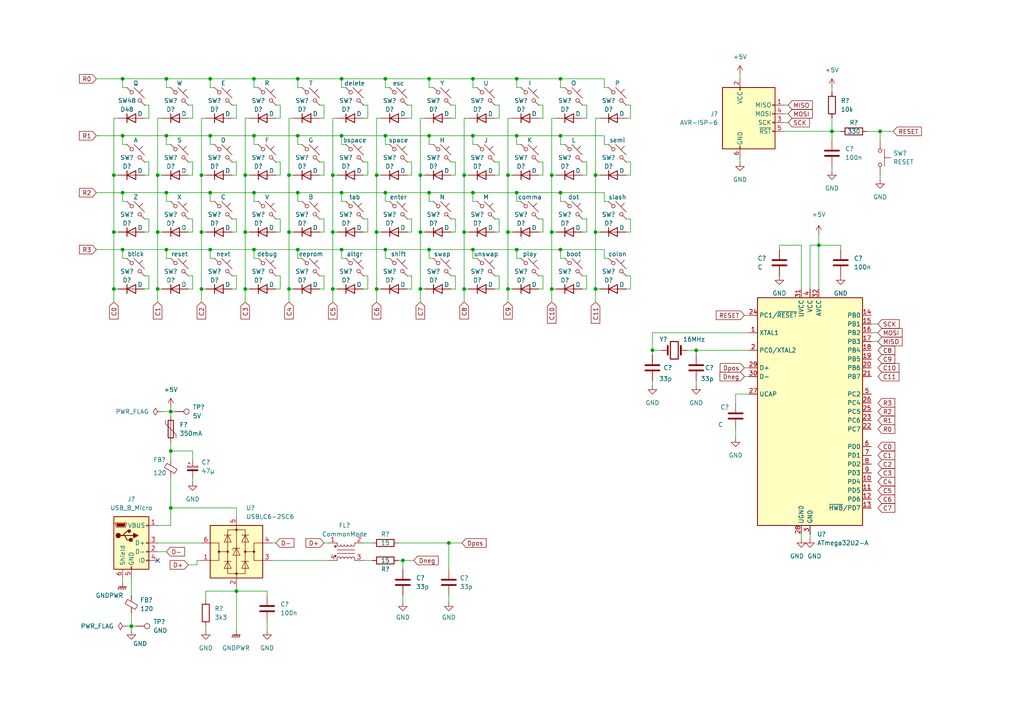
<source format=kicad_sch>
(kicad_sch (version 20211123) (generator eeschema)
  (paper "A4")
  (junction (at 162.56 39.37))
  (junction (at 134.62 83.82))
  (junction (at 172.72 67.31))
  (junction (at 172.72 83.82))
  (junction (at 160.02 67.31))
  (junction (at 111.76 22.86))
  (junction (at 137.16 39.37))
  (junction (at 45.72 67.31))
  (junction (at 86.36 72.39))
  (junction (at 147.32 50.8))
  (junction (at 48.26 55.88))
  (junction (at 149.86 72.39))
  (junction (at 109.22 50.8))
  (junction (at 58.42 83.82))
  (junction (at 83.82 50.8))
  (junction (at 58.42 50.8))
  (junction (at 137.16 72.39))
  (junction (at 149.86 39.37))
  (junction (at 160.02 50.8))
  (junction (at 124.46 39.37))
  (junction (at 124.46 22.86))
  (junction (at 83.82 67.31))
  (junction (at 35.56 39.37))
  (junction (at 134.62 50.8))
  (junction (at 121.92 83.82))
  (junction (at 137.16 22.86))
  (junction (at 33.02 67.31))
  (junction (at 48.26 72.39))
  (junction (at 121.92 67.31))
  (junction (at 48.26 39.37))
  (junction (at 99.06 39.37))
  (junction (at 99.06 55.88))
  (junction (at 35.56 72.39))
  (junction (at 162.56 72.39))
  (junction (at 172.72 50.8))
  (junction (at 71.12 67.31))
  (junction (at 73.66 55.88))
  (junction (at 241.3 38.1))
  (junction (at 49.53 130.81))
  (junction (at 33.02 83.82))
  (junction (at 73.66 39.37))
  (junction (at 134.62 67.31))
  (junction (at 109.22 67.31))
  (junction (at 96.52 83.82))
  (junction (at 149.86 22.86))
  (junction (at 49.53 147.32))
  (junction (at 71.12 83.82))
  (junction (at 68.58 171.45))
  (junction (at 116.84 162.56))
  (junction (at 60.96 39.37))
  (junction (at 60.96 22.86))
  (junction (at 255.27 38.1))
  (junction (at 35.56 22.86))
  (junction (at 33.02 50.8))
  (junction (at 149.86 55.88))
  (junction (at 48.26 22.86))
  (junction (at 124.46 72.39))
  (junction (at 111.76 55.88))
  (junction (at 160.02 83.82))
  (junction (at 86.36 22.86))
  (junction (at 73.66 72.39))
  (junction (at 124.46 55.88))
  (junction (at 58.42 67.31))
  (junction (at 162.56 55.88))
  (junction (at 71.12 50.8))
  (junction (at 60.96 55.88))
  (junction (at 130.175 157.48))
  (junction (at 189.23 101.6))
  (junction (at 109.22 83.82))
  (junction (at 147.32 83.82))
  (junction (at 111.76 72.39))
  (junction (at 60.96 72.39))
  (junction (at 99.06 72.39))
  (junction (at 86.36 55.88))
  (junction (at 35.56 55.88))
  (junction (at 137.16 55.88))
  (junction (at 99.06 22.86))
  (junction (at 86.36 39.37))
  (junction (at 83.82 83.82))
  (junction (at 49.53 119.38))
  (junction (at 45.72 83.82))
  (junction (at 201.93 101.6))
  (junction (at 121.92 50.8))
  (junction (at 96.52 67.31))
  (junction (at 237.49 71.12))
  (junction (at 45.72 50.8))
  (junction (at 73.66 22.86))
  (junction (at 38.1 181.61))
  (junction (at 111.76 39.37))
  (junction (at 96.52 50.8))
  (junction (at 162.56 22.86))
  (junction (at 147.32 67.31))
  (no_connect (at 45.72 162.56))
  (wire (pts (xy 137.16 72.39) (xy 137.16 74.93)))
  (wire (pts (xy 45.72 160.02) (xy 48.26 160.02)))
  (wire (pts (xy 213.36 116.84) (xy 213.36 114.3)))
  (wire (pts (xy 100.33 25.4) (xy 99.06 25.4)))
  (wire (pts (xy 157.48 83.82) (xy 156.21 83.82)))
  (wire (pts (xy 137.16 72.39) (xy 149.86 72.39)))
  (wire (pts (xy 170.18 63.5) (xy 168.91 63.5)))
  (wire (pts (xy 162.56 22.86) (xy 175.26 22.86)))
  (wire (pts (xy 132.08 63.5) (xy 130.81 63.5)))
  (wire (pts (xy 60.96 55.88) (xy 73.66 55.88)))
  (wire (pts (xy 215.9 109.22) (xy 217.17 109.22)))
  (wire (pts (xy 227.33 30.48) (xy 228.6 30.48)))
  (wire (pts (xy 132.08 63.5) (xy 132.08 67.31)))
  (wire (pts (xy 49.53 152.4) (xy 49.53 147.32)))
  (wire (pts (xy 68.58 63.5) (xy 68.58 67.31)))
  (wire (pts (xy 35.56 55.88) (xy 48.26 55.88)))
  (wire (pts (xy 144.78 34.29) (xy 143.51 34.29)))
  (wire (pts (xy 176.53 58.42) (xy 175.26 58.42)))
  (wire (pts (xy 232.41 71.12) (xy 232.41 83.82)))
  (wire (pts (xy 62.23 58.42) (xy 60.96 58.42)))
  (wire (pts (xy 68.58 30.48) (xy 68.58 34.29)))
  (wire (pts (xy 138.43 41.91) (xy 137.16 41.91)))
  (wire (pts (xy 60.96 72.39) (xy 73.66 72.39)))
  (wire (pts (xy 86.36 72.39) (xy 99.06 72.39)))
  (wire (pts (xy 38.1 177.8) (xy 38.1 181.61)))
  (wire (pts (xy 73.66 72.39) (xy 86.36 72.39)))
  (wire (pts (xy 27.94 22.86) (xy 35.56 22.86)))
  (wire (pts (xy 110.49 50.8) (xy 109.22 50.8)))
  (wire (pts (xy 73.66 22.86) (xy 86.36 22.86)))
  (wire (pts (xy 113.03 25.4) (xy 111.76 25.4)))
  (wire (pts (xy 134.62 50.8) (xy 134.62 67.31)))
  (wire (pts (xy 55.88 80.01) (xy 55.88 83.82)))
  (wire (pts (xy 237.49 67.945) (xy 237.49 71.12)))
  (wire (pts (xy 182.88 80.01) (xy 182.88 83.82)))
  (wire (pts (xy 119.38 80.01) (xy 118.11 80.01)))
  (wire (pts (xy 35.56 22.86) (xy 48.26 22.86)))
  (wire (pts (xy 182.88 50.8) (xy 181.61 50.8)))
  (wire (pts (xy 137.16 39.37) (xy 149.86 39.37)))
  (wire (pts (xy 36.83 25.4) (xy 35.56 25.4)))
  (wire (pts (xy 60.96 22.86) (xy 73.66 22.86)))
  (wire (pts (xy 241.3 38.1) (xy 227.33 38.1)))
  (wire (pts (xy 109.22 67.31) (xy 109.22 83.82)))
  (wire (pts (xy 59.69 181.61) (xy 59.69 182.88)))
  (wire (pts (xy 55.88 138.43) (xy 55.88 139.7)))
  (wire (pts (xy 85.09 67.31) (xy 83.82 67.31)))
  (wire (pts (xy 27.94 72.39) (xy 35.56 72.39)))
  (wire (pts (xy 144.78 67.31) (xy 143.51 67.31)))
  (wire (pts (xy 68.58 170.18) (xy 68.58 171.45)))
  (wire (pts (xy 173.99 50.8) (xy 172.72 50.8)))
  (wire (pts (xy 121.92 83.82) (xy 121.92 87.63)))
  (wire (pts (xy 36.83 41.91) (xy 35.56 41.91)))
  (wire (pts (xy 157.48 67.31) (xy 156.21 67.31)))
  (wire (pts (xy 106.68 46.99) (xy 106.68 50.8)))
  (wire (pts (xy 100.33 58.42) (xy 99.06 58.42)))
  (wire (pts (xy 87.63 25.4) (xy 86.36 25.4)))
  (wire (pts (xy 160.02 83.82) (xy 160.02 87.63)))
  (wire (pts (xy 251.46 38.1) (xy 255.27 38.1)))
  (wire (pts (xy 49.53 118.11) (xy 49.53 119.38)))
  (wire (pts (xy 58.42 83.82) (xy 58.42 87.63)))
  (wire (pts (xy 33.02 67.31) (xy 33.02 83.82)))
  (wire (pts (xy 172.72 34.29) (xy 172.72 50.8)))
  (wire (pts (xy 149.86 55.88) (xy 149.86 58.42)))
  (wire (pts (xy 59.69 50.8) (xy 58.42 50.8)))
  (wire (pts (xy 106.68 83.82) (xy 105.41 83.82)))
  (wire (pts (xy 170.18 30.48) (xy 170.18 34.29)))
  (wire (pts (xy 175.26 55.88) (xy 175.26 58.42)))
  (wire (pts (xy 255.27 38.1) (xy 259.08 38.1)))
  (wire (pts (xy 138.43 25.4) (xy 137.16 25.4)))
  (wire (pts (xy 74.93 74.93) (xy 73.66 74.93)))
  (wire (pts (xy 73.66 39.37) (xy 86.36 39.37)))
  (wire (pts (xy 87.63 41.91) (xy 86.36 41.91)))
  (wire (pts (xy 182.88 46.99) (xy 181.61 46.99)))
  (wire (pts (xy 68.58 63.5) (xy 67.31 63.5)))
  (wire (pts (xy 111.76 22.86) (xy 124.46 22.86)))
  (wire (pts (xy 182.88 63.5) (xy 181.61 63.5)))
  (wire (pts (xy 68.58 83.82) (xy 67.31 83.82)))
  (wire (pts (xy 161.29 83.82) (xy 160.02 83.82)))
  (wire (pts (xy 36.83 58.42) (xy 35.56 58.42)))
  (wire (pts (xy 173.99 83.82) (xy 172.72 83.82)))
  (wire (pts (xy 93.98 30.48) (xy 92.71 30.48)))
  (wire (pts (xy 48.26 55.88) (xy 48.26 58.42)))
  (wire (pts (xy 157.48 50.8) (xy 156.21 50.8)))
  (wire (pts (xy 100.33 41.91) (xy 99.06 41.91)))
  (wire (pts (xy 110.49 83.82) (xy 109.22 83.82)))
  (wire (pts (xy 81.28 46.99) (xy 80.01 46.99)))
  (wire (pts (xy 55.88 63.5) (xy 54.61 63.5)))
  (wire (pts (xy 157.48 80.01) (xy 156.21 80.01)))
  (wire (pts (xy 147.32 34.29) (xy 147.32 50.8)))
  (wire (pts (xy 123.19 34.29) (xy 121.92 34.29)))
  (wire (pts (xy 58.42 50.8) (xy 58.42 67.31)))
  (wire (pts (xy 68.58 80.01) (xy 67.31 80.01)))
  (wire (pts (xy 74.93 58.42) (xy 73.66 58.42)))
  (wire (pts (xy 48.26 39.37) (xy 60.96 39.37)))
  (wire (pts (xy 97.79 50.8) (xy 96.52 50.8)))
  (wire (pts (xy 100.33 74.93) (xy 99.06 74.93)))
  (wire (pts (xy 93.98 63.5) (xy 92.71 63.5)))
  (wire (pts (xy 60.96 22.86) (xy 60.96 25.4)))
  (wire (pts (xy 124.46 55.88) (xy 137.16 55.88)))
  (wire (pts (xy 49.53 138.43) (xy 49.53 147.32)))
  (wire (pts (xy 160.02 67.31) (xy 160.02 83.82)))
  (wire (pts (xy 74.93 41.91) (xy 73.66 41.91)))
  (wire (pts (xy 43.18 67.31) (xy 41.91 67.31)))
  (wire (pts (xy 86.36 55.88) (xy 99.06 55.88)))
  (wire (pts (xy 162.56 55.88) (xy 162.56 58.42)))
  (wire (pts (xy 45.72 67.31) (xy 45.72 83.82)))
  (wire (pts (xy 93.98 34.29) (xy 92.71 34.29)))
  (wire (pts (xy 116.84 172.72) (xy 116.84 174.625)))
  (wire (pts (xy 170.18 34.29) (xy 168.91 34.29)))
  (wire (pts (xy 58.42 67.31) (xy 58.42 83.82)))
  (wire (pts (xy 81.28 34.29) (xy 80.01 34.29)))
  (wire (pts (xy 162.56 22.86) (xy 162.56 25.4)))
  (wire (pts (xy 71.12 67.31) (xy 71.12 83.82)))
  (wire (pts (xy 55.88 30.48) (xy 54.61 30.48)))
  (wire (pts (xy 81.28 67.31) (xy 80.01 67.31)))
  (wire (pts (xy 33.02 50.8) (xy 33.02 67.31)))
  (wire (pts (xy 27.94 55.88) (xy 35.56 55.88)))
  (wire (pts (xy 71.12 34.29) (xy 71.12 50.8)))
  (wire (pts (xy 111.76 22.86) (xy 111.76 25.4)))
  (wire (pts (xy 54.61 163.83) (xy 57.15 163.83)))
  (wire (pts (xy 46.99 50.8) (xy 45.72 50.8)))
  (wire (pts (xy 138.43 58.42) (xy 137.16 58.42)))
  (wire (pts (xy 161.29 50.8) (xy 160.02 50.8)))
  (wire (pts (xy 163.83 41.91) (xy 162.56 41.91)))
  (wire (pts (xy 106.68 80.01) (xy 105.41 80.01)))
  (wire (pts (xy 175.26 39.37) (xy 175.26 41.91)))
  (wire (pts (xy 38.1 181.61) (xy 39.37 181.61)))
  (wire (pts (xy 86.36 22.86) (xy 86.36 25.4)))
  (wire (pts (xy 97.79 34.29) (xy 96.52 34.29)))
  (wire (pts (xy 157.48 46.99) (xy 157.48 50.8)))
  (wire (pts (xy 182.88 30.48) (xy 181.61 30.48)))
  (wire (pts (xy 43.18 83.82) (xy 41.91 83.82)))
  (wire (pts (xy 148.59 83.82) (xy 147.32 83.82)))
  (wire (pts (xy 144.78 63.5) (xy 144.78 67.31)))
  (wire (pts (xy 144.78 63.5) (xy 143.51 63.5)))
  (wire (pts (xy 215.9 106.68) (xy 217.17 106.68)))
  (wire (pts (xy 99.06 22.86) (xy 111.76 22.86)))
  (wire (pts (xy 170.18 46.99) (xy 170.18 50.8)))
  (wire (pts (xy 149.86 72.39) (xy 162.56 72.39)))
  (wire (pts (xy 182.88 46.99) (xy 182.88 50.8)))
  (wire (pts (xy 71.12 83.82) (xy 71.12 87.63)))
  (wire (pts (xy 241.3 48.26) (xy 241.3 49.53)))
  (wire (pts (xy 59.69 173.99) (xy 59.69 171.45)))
  (wire (pts (xy 45.72 152.4) (xy 49.53 152.4)))
  (wire (pts (xy 111.76 72.39) (xy 111.76 74.93)))
  (wire (pts (xy 149.86 39.37) (xy 162.56 39.37)))
  (wire (pts (xy 93.98 50.8) (xy 92.71 50.8)))
  (wire (pts (xy 147.32 67.31) (xy 147.32 83.82)))
  (wire (pts (xy 68.58 46.99) (xy 67.31 46.99)))
  (wire (pts (xy 172.72 83.82) (xy 172.72 87.63)))
  (wire (pts (xy 121.92 50.8) (xy 121.92 67.31)))
  (wire (pts (xy 148.59 50.8) (xy 147.32 50.8)))
  (wire (pts (xy 110.49 34.29) (xy 109.22 34.29)))
  (wire (pts (xy 137.16 39.37) (xy 137.16 41.91)))
  (wire (pts (xy 173.99 34.29) (xy 172.72 34.29)))
  (wire (pts (xy 144.78 83.82) (xy 143.51 83.82)))
  (wire (pts (xy 96.52 67.31) (xy 96.52 83.82)))
  (wire (pts (xy 234.95 154.94) (xy 234.95 156.21)))
  (wire (pts (xy 111.76 39.37) (xy 111.76 41.91)))
  (wire (pts (xy 132.08 67.31) (xy 130.81 67.31)))
  (wire (pts (xy 60.96 39.37) (xy 73.66 39.37)))
  (wire (pts (xy 62.23 74.93) (xy 60.96 74.93)))
  (wire (pts (xy 83.82 67.31) (xy 83.82 83.82)))
  (wire (pts (xy 172.72 50.8) (xy 172.72 67.31)))
  (wire (pts (xy 137.16 55.88) (xy 137.16 58.42)))
  (wire (pts (xy 134.62 34.29) (xy 134.62 50.8)))
  (wire (pts (xy 58.42 34.29) (xy 58.42 50.8)))
  (wire (pts (xy 35.56 167.64) (xy 35.56 168.91)))
  (wire (pts (xy 182.88 83.82) (xy 181.61 83.82)))
  (wire (pts (xy 105.41 162.56) (xy 107.95 162.56)))
  (wire (pts (xy 81.28 63.5) (xy 81.28 67.31)))
  (wire (pts (xy 85.09 34.29) (xy 83.82 34.29)))
  (wire (pts (xy 115.57 162.56) (xy 116.84 162.56)))
  (wire (pts (xy 119.38 63.5) (xy 118.11 63.5)))
  (wire (pts (xy 81.28 80.01) (xy 81.28 83.82)))
  (wire (pts (xy 55.88 50.8) (xy 54.61 50.8)))
  (wire (pts (xy 86.36 39.37) (xy 86.36 41.91)))
  (wire (pts (xy 170.18 80.01) (xy 170.18 83.82)))
  (wire (pts (xy 74.93 25.4) (xy 73.66 25.4)))
  (wire (pts (xy 115.57 157.48) (xy 130.175 157.48)))
  (wire (pts (xy 106.68 63.5) (xy 106.68 67.31)))
  (wire (pts (xy 60.96 39.37) (xy 60.96 41.91)))
  (wire (pts (xy 119.38 30.48) (xy 118.11 30.48)))
  (wire (pts (xy 81.28 83.82) (xy 80.01 83.82)))
  (wire (pts (xy 35.56 55.88) (xy 35.56 58.42)))
  (wire (pts (xy 72.39 50.8) (xy 71.12 50.8)))
  (wire (pts (xy 170.18 80.01) (xy 168.91 80.01)))
  (wire (pts (xy 43.18 80.01) (xy 41.91 80.01)))
  (wire (pts (xy 149.86 55.88) (xy 162.56 55.88)))
  (wire (pts (xy 157.48 30.48) (xy 157.48 34.29)))
  (wire (pts (xy 191.77 101.6) (xy 189.23 101.6)))
  (wire (pts (xy 68.58 50.8) (xy 67.31 50.8)))
  (wire (pts (xy 93.98 83.82) (xy 92.71 83.82)))
  (wire (pts (xy 59.69 83.82) (xy 58.42 83.82)))
  (wire (pts (xy 119.38 50.8) (xy 118.11 50.8)))
  (wire (pts (xy 170.18 67.31) (xy 168.91 67.31)))
  (wire (pts (xy 73.66 22.86) (xy 73.66 25.4)))
  (wire (pts (xy 105.41 157.48) (xy 107.95 157.48)))
  (wire (pts (xy 226.06 71.12) (xy 232.41 71.12)))
  (wire (pts (xy 78.74 162.56) (xy 95.25 162.56)))
  (wire (pts (xy 59.69 171.45) (xy 68.58 171.45)))
  (wire (pts (xy 232.41 154.94) (xy 232.41 156.21)))
  (wire (pts (xy 182.88 30.48) (xy 182.88 34.29)))
  (wire (pts (xy 106.68 80.01) (xy 106.68 83.82)))
  (wire (pts (xy 241.3 38.1) (xy 243.84 38.1)))
  (wire (pts (xy 49.53 128.27) (xy 49.53 130.81)))
  (wire (pts (xy 125.73 41.91) (xy 124.46 41.91)))
  (wire (pts (xy 138.43 74.93) (xy 137.16 74.93)))
  (wire (pts (xy 173.99 67.31) (xy 172.72 67.31)))
  (wire (pts (xy 59.69 34.29) (xy 58.42 34.29)))
  (wire (pts (xy 170.18 46.99) (xy 168.91 46.99)))
  (wire (pts (xy 237.49 71.12) (xy 243.84 71.12)))
  (wire (pts (xy 124.46 39.37) (xy 124.46 41.91)))
  (wire (pts (xy 48.26 39.37) (xy 48.26 41.91)))
  (wire (pts (xy 241.3 38.1) (xy 241.3 40.64)))
  (wire (pts (xy 119.38 67.31) (xy 118.11 67.31)))
  (wire (pts (xy 130.175 157.48) (xy 133.985 157.48)))
  (wire (pts (xy 144.78 80.01) (xy 143.51 80.01)))
  (wire (pts (xy 170.18 50.8) (xy 168.91 50.8)))
  (wire (pts (xy 226.06 72.39) (xy 226.06 71.12)))
  (wire (pts (xy 93.98 30.48) (xy 93.98 34.29)))
  (wire (pts (xy 241.3 25.4) (xy 241.3 26.67)))
  (wire (pts (xy 124.46 72.39) (xy 137.16 72.39)))
  (wire (pts (xy 106.68 30.48) (xy 105.41 30.48)))
  (wire (pts (xy 144.78 46.99) (xy 144.78 50.8)))
  (wire (pts (xy 214.63 21.59) (xy 214.63 22.86)))
  (wire (pts (xy 237.49 71.12) (xy 237.49 83.82)))
  (wire (pts (xy 113.03 58.42) (xy 111.76 58.42)))
  (wire (pts (xy 68.58 30.48) (xy 67.31 30.48)))
  (wire (pts (xy 73.66 55.88) (xy 86.36 55.88)))
  (wire (pts (xy 49.53 147.32) (xy 68.58 147.32)))
  (wire (pts (xy 35.56 39.37) (xy 48.26 39.37)))
  (wire (pts (xy 83.82 34.29) (xy 83.82 50.8)))
  (wire (pts (xy 124.46 72.39) (xy 124.46 74.93)))
  (wire (pts (xy 48.26 72.39) (xy 48.26 74.93)))
  (wire (pts (xy 27.94 39.37) (xy 35.56 39.37)))
  (wire (pts (xy 33.02 34.29) (xy 33.02 50.8)))
  (wire (pts (xy 157.48 34.29) (xy 156.21 34.29)))
  (wire (pts (xy 48.26 72.39) (xy 60.96 72.39)))
  (wire (pts (xy 149.86 22.86) (xy 149.86 25.4)))
  (wire (pts (xy 43.18 63.5) (xy 41.91 63.5)))
  (wire (pts (xy 172.72 67.31) (xy 172.72 83.82)))
  (wire (pts (xy 35.56 22.86) (xy 35.56 25.4)))
  (wire (pts (xy 170.18 30.48) (xy 168.91 30.48)))
  (wire (pts (xy 160.02 50.8) (xy 160.02 67.31)))
  (wire (pts (xy 99.06 55.88) (xy 99.06 58.42)))
  (wire (pts (xy 62.23 41.91) (xy 60.96 41.91)))
  (wire (pts (xy 111.76 55.88) (xy 111.76 58.42)))
  (wire (pts (xy 243.84 71.12) (xy 243.84 72.39)))
  (wire (pts (xy 57.15 163.83) (xy 57.15 162.56)))
  (wire (pts (xy 68.58 171.45) (xy 68.58 182.88)))
  (wire (pts (xy 189.23 96.52) (xy 189.23 101.6)))
  (wire (pts (xy 106.68 50.8) (xy 105.41 50.8)))
  (wire (pts (xy 68.58 67.31) (xy 67.31 67.31)))
  (wire (pts (xy 132.08 30.48) (xy 132.08 34.29)))
  (wire (pts (xy 182.88 67.31) (xy 181.61 67.31)))
  (wire (pts (xy 48.26 22.86) (xy 60.96 22.86)))
  (wire (pts (xy 201.93 102.87) (xy 201.93 101.6)))
  (wire (pts (xy 81.28 30.48) (xy 80.01 30.48)))
  (wire (pts (xy 35.56 72.39) (xy 35.56 74.93)))
  (wire (pts (xy 157.48 80.01) (xy 157.48 83.82)))
  (wire (pts (xy 49.53 41.91) (xy 48.26 41.91)))
  (wire (pts (xy 130.175 172.72) (xy 130.175 174.625)))
  (wire (pts (xy 59.69 67.31) (xy 58.42 67.31)))
  (wire (pts (xy 99.06 39.37) (xy 99.06 41.91)))
  (wire (pts (xy 43.18 46.99) (xy 41.91 46.99)))
  (wire (pts (xy 111.76 72.39) (xy 124.46 72.39)))
  (wire (pts (xy 35.56 39.37) (xy 35.56 41.91)))
  (wire (pts (xy 68.58 147.32) (xy 68.58 149.86)))
  (wire (pts (xy 46.99 34.29) (xy 45.72 34.29)))
  (wire (pts (xy 124.46 22.86) (xy 124.46 25.4)))
  (wire (pts (xy 119.38 46.99) (xy 118.11 46.99)))
  (wire (pts (xy 123.19 67.31) (xy 121.92 67.31)))
  (wire (pts (xy 99.06 39.37) (xy 111.76 39.37)))
  (wire (pts (xy 49.53 130.81) (xy 55.88 130.81)))
  (wire (pts (xy 85.09 83.82) (xy 83.82 83.82)))
  (wire (pts (xy 124.46 55.88) (xy 124.46 58.42)))
  (wire (pts (xy 121.92 67.31) (xy 121.92 83.82)))
  (wire (pts (xy 55.88 130.81) (xy 55.88 133.35)))
  (wire (pts (xy 99.06 55.88) (xy 111.76 55.88)))
  (wire (pts (xy 34.29 50.8) (xy 33.02 50.8)))
  (wire (pts (xy 43.18 63.5) (xy 43.18 67.31)))
  (wire (pts (xy 144.78 30.48) (xy 143.51 30.48)))
  (wire (pts (xy 125.73 58.42) (xy 124.46 58.42)))
  (wire (pts (xy 160.02 34.29) (xy 160.02 50.8)))
  (wire (pts (xy 93.98 46.99) (xy 93.98 50.8)))
  (wire (pts (xy 49.53 119.38) (xy 50.8 119.38)))
  (wire (pts (xy 132.08 80.01) (xy 132.08 83.82)))
  (wire (pts (xy 81.28 50.8) (xy 80.01 50.8)))
  (wire (pts (xy 109.22 50.8) (xy 109.22 67.31)))
  (wire (pts (xy 86.36 22.86) (xy 99.06 22.86)))
  (wire (pts (xy 57.15 162.56) (xy 58.42 162.56)))
  (wire (pts (xy 241.3 34.29) (xy 241.3 38.1)))
  (wire (pts (xy 72.39 34.29) (xy 71.12 34.29)))
  (wire (pts (xy 73.66 39.37) (xy 73.66 41.91)))
  (wire (pts (xy 162.56 39.37) (xy 162.56 41.91)))
  (wire (pts (xy 151.13 25.4) (xy 149.86 25.4)))
  (wire (pts (xy 162.56 72.39) (xy 175.26 72.39)))
  (wire (pts (xy 201.93 101.6) (xy 217.17 101.6)))
  (wire (pts (xy 215.9 91.44) (xy 217.17 91.44)))
  (wire (pts (xy 93.98 67.31) (xy 92.71 67.31)))
  (wire (pts (xy 113.03 41.91) (xy 111.76 41.91)))
  (wire (pts (xy 43.18 34.29) (xy 41.91 34.29)))
  (wire (pts (xy 157.48 30.48) (xy 156.21 30.48)))
  (wire (pts (xy 109.22 83.82) (xy 109.22 87.63)))
  (wire (pts (xy 163.83 74.93) (xy 162.56 74.93)))
  (wire (pts (xy 175.26 22.86) (xy 175.26 25.4)))
  (wire (pts (xy 113.03 74.93) (xy 111.76 74.93)))
  (wire (pts (xy 252.73 99.06) (xy 254.635 99.06)))
  (wire (pts (xy 111.76 39.37) (xy 124.46 39.37)))
  (wire (pts (xy 78.74 157.48) (xy 80.01 157.48)))
  (wire (pts (xy 116.84 162.56) (xy 116.84 165.1)))
  (wire (pts (xy 162.56 39.37) (xy 175.26 39.37)))
  (wire (pts (xy 96.52 50.8) (xy 96.52 67.31)))
  (wire (pts (xy 144.78 46.99) (xy 143.51 46.99)))
  (wire (pts (xy 149.86 72.39) (xy 149.86 74.93)))
  (wire (pts (xy 201.93 111.76) (xy 201.93 110.49)))
  (wire (pts (xy 55.88 34.29) (xy 54.61 34.29)))
  (wire (pts (xy 97.79 67.31) (xy 96.52 67.31)))
  (wire (pts (xy 38.1 167.64) (xy 38.1 172.72)))
  (wire (pts (xy 124.46 22.86) (xy 137.16 22.86)))
  (wire (pts (xy 135.89 34.29) (xy 134.62 34.29)))
  (wire (pts (xy 227.33 33.02) (xy 228.6 33.02)))
  (wire (pts (xy 132.08 30.48) (xy 130.81 30.48)))
  (wire (pts (xy 252.73 93.98) (xy 254.635 93.98)))
  (wire (pts (xy 55.88 80.01) (xy 54.61 80.01)))
  (wire (pts (xy 99.06 72.39) (xy 111.76 72.39)))
  (wire (pts (xy 48.26 22.86) (xy 48.26 25.4)))
  (wire (pts (xy 36.83 181.61) (xy 38.1 181.61)))
  (wire (pts (xy 45.72 157.48) (xy 58.42 157.48)))
  (wire (pts (xy 55.88 46.99) (xy 55.88 50.8)))
  (wire (pts (xy 119.38 80.01) (xy 119.38 83.82)))
  (wire (pts (xy 182.88 34.29) (xy 181.61 34.29)))
  (wire (pts (xy 93.98 63.5) (xy 93.98 67.31)))
  (wire (pts (xy 97.79 83.82) (xy 96.52 83.82)))
  (wire (pts (xy 255.27 40.64) (xy 255.27 38.1)))
  (wire (pts (xy 71.12 50.8) (xy 71.12 67.31)))
  (wire (pts (xy 132.08 83.82) (xy 130.81 83.82)))
  (wire (pts (xy 157.48 63.5) (xy 157.48 67.31)))
  (wire (pts (xy 68.58 34.29) (xy 67.31 34.29)))
  (wire (pts (xy 144.78 80.01) (xy 144.78 83.82)))
  (wire (pts (xy 132.08 80.01) (xy 130.81 80.01)))
  (wire (pts (xy 176.53 41.91) (xy 175.26 41.91)))
  (wire (pts (xy 77.47 180.34) (xy 77.47 182.88)))
  (wire (pts (xy 123.19 83.82) (xy 121.92 83.82)))
  (wire (pts (xy 149.86 22.86) (xy 162.56 22.86)))
  (wire (pts (xy 170.18 63.5) (xy 170.18 67.31)))
  (wire (pts (xy 99.06 72.39) (xy 99.06 74.93)))
  (wire (pts (xy 162.56 72.39) (xy 162.56 74.93)))
  (wire (pts (xy 134.62 67.31) (xy 134.62 83.82)))
  (wire (pts (xy 144.78 30.48) (xy 144.78 34.29)))
  (wire (pts (xy 34.29 67.31) (xy 33.02 67.31)))
  (wire (pts (xy 121.92 34.29) (xy 121.92 50.8)))
  (wire (pts (xy 45.72 83.82) (xy 45.72 87.63)))
  (wire (pts (xy 49.53 133.35) (xy 49.53 130.81)))
  (wire (pts (xy 96.52 34.29) (xy 96.52 50.8)))
  (wire (pts (xy 234.95 83.82) (xy 234.95 71.12)))
  (wire (pts (xy 147.32 50.8) (xy 147.32 67.31)))
  (wire (pts (xy 106.68 30.48) (xy 106.68 34.29)))
  (wire (pts (xy 110.49 67.31) (xy 109.22 67.31)))
  (wire (pts (xy 213.36 114.3) (xy 217.17 114.3)))
  (wire (pts (xy 93.98 80.01) (xy 93.98 83.82)))
  (wire (pts (xy 72.39 67.31) (xy 71.12 67.31)))
  (wire (pts (xy 151.13 58.42) (xy 149.86 58.42)))
  (wire (pts (xy 176.53 25.4) (xy 175.26 25.4)))
  (wire (pts (xy 132.08 46.99) (xy 130.81 46.99)))
  (wire (pts (xy 119.38 83.82) (xy 118.11 83.82)))
  (wire (pts (xy 182.88 80.01) (xy 181.61 80.01)))
  (wire (pts (xy 123.19 50.8) (xy 121.92 50.8)))
  (wire (pts (xy 106.68 67.31) (xy 105.41 67.31)))
  (wire (pts (xy 144.78 50.8) (xy 143.51 50.8)))
  (wire (pts (xy 157.48 63.5) (xy 156.21 63.5)))
  (wire (pts (xy 125.73 25.4) (xy 124.46 25.4)))
  (wire (pts (xy 81.28 30.48) (xy 81.28 34.29)))
  (wire (pts (xy 119.38 34.29) (xy 118.11 34.29)))
  (wire (pts (xy 36.83 74.93) (xy 35.56 74.93)))
  (wire (pts (xy 73.66 72.39) (xy 73.66 74.93)))
  (wire (pts (xy 189.23 101.6) (xy 189.23 102.87)))
  (wire (pts (xy 109.22 34.29) (xy 109.22 50.8)))
  (wire (pts (xy 137.16 22.86) (xy 137.16 25.4)))
  (wire (pts (xy 93.98 157.48) (xy 95.25 157.48)))
  (wire (pts (xy 151.13 41.91) (xy 149.86 41.91)))
  (wire (pts (xy 55.88 67.31) (xy 54.61 67.31)))
  (wire (pts (xy 46.99 119.38) (xy 49.53 119.38)))
  (wire (pts (xy 87.63 74.93) (xy 86.36 74.93)))
  (wire (pts (xy 217.17 96.52) (xy 189.23 96.52)))
  (wire (pts (xy 81.28 80.01) (xy 80.01 80.01)))
  (wire (pts (xy 182.88 63.5) (xy 182.88 67.31)))
  (wire (pts (xy 38.1 181.61) (xy 38.1 182.88)))
  (wire (pts (xy 119.38 30.48) (xy 119.38 34.29)))
  (wire (pts (xy 106.68 34.29) (xy 105.41 34.29)))
  (wire (pts (xy 119.38 46.99) (xy 119.38 50.8)))
  (wire (pts (xy 34.29 34.29) (xy 33.02 34.29)))
  (wire (pts (xy 86.36 39.37) (xy 99.06 39.37)))
  (wire (pts (xy 68.58 46.99) (xy 68.58 50.8)))
  (wire (pts (xy 83.82 83.82) (xy 83.82 87.63)))
  (wire (pts (xy 132.08 50.8) (xy 130.81 50.8)))
  (wire (pts (xy 85.09 50.8) (xy 83.82 50.8)))
  (wire (pts (xy 35.56 72.39) (xy 48.26 72.39)))
  (wire (pts (xy 83.82 50.8) (xy 83.82 67.31)))
  (wire (pts (xy 234.95 71.12) (xy 237.49 71.12)))
  (wire (pts (xy 125.73 74.93) (xy 124.46 74.93)))
  (wire (pts (xy 49.53 74.93) (xy 48.26 74.93)))
  (wire (pts (xy 201.93 101.6) (xy 199.39 101.6)))
  (wire (pts (xy 87.63 58.42) (xy 86.36 58.42)))
  (wire (pts (xy 43.18 30.48) (xy 41.91 30.48)))
  (wire (pts (xy 86.36 72.39) (xy 86.36 74.93)))
  (wire (pts (xy 77.47 171.45) (xy 68.58 171.45)))
  (wire (pts (xy 111.76 55.88) (xy 124.46 55.88)))
  (wire (pts (xy 62.23 25.4) (xy 60.96 25.4)))
  (wire (pts (xy 170.18 83.82) (xy 168.91 83.82)))
  (wire (pts (xy 46.99 67.31) (xy 45.72 67.31)))
  (wire (pts (xy 157.48 46.99) (xy 156.21 46.99)))
  (wire (pts (xy 132.08 34.29) (xy 130.81 34.29)))
  (wire (pts (xy 148.59 67.31) (xy 147.32 67.31)))
  (wire (pts (xy 214.63 45.72) (xy 214.63 46.99)))
  (wire (pts (xy 77.47 171.45) (xy 77.47 172.72)))
  (wire (pts (xy 161.29 67.31) (xy 160.02 67.31)))
  (wire (pts (xy 55.88 63.5) (xy 55.88 67.31)))
  (wire (pts (xy 81.28 46.99) (xy 81.28 50.8)))
  (wire (pts (xy 60.96 55.88) (xy 60.96 58.42)))
  (wire (pts (xy 189.23 110.49) (xy 189.23 111.76)))
  (wire (pts (xy 43.18 30.48) (xy 43.18 34.29)))
  (wire (pts (xy 55.88 83.82) (xy 54.61 83.82)))
  (wire (pts (xy 135.89 83.82) (xy 134.62 83.82)))
  (wire (pts (xy 213.36 124.46) (xy 213.36 127)))
  (wire (pts (xy 55.88 46.99) (xy 54.61 46.99)))
  (wire (pts (xy 43.18 80.01) (xy 43.18 83.82)))
  (wire (pts (xy 176.53 74.93) (xy 175.26 74.93)))
  (wire (pts (xy 135.89 50.8) (xy 134.62 50.8)))
  (wire (pts (xy 137.16 22.86) (xy 149.86 22.86)))
  (wire (pts (xy 227.33 35.56) (xy 228.6 35.56)))
  (wire (pts (xy 163.83 25.4) (xy 162.56 25.4)))
  (wire (pts (xy 163.83 58.42) (xy 162.56 58.42)))
  (wire (pts (xy 99.06 22.86) (xy 99.06 25.4)))
  (wire (pts (xy 33.02 83.82) (xy 33.02 87.63)))
  (wire (pts (xy 175.26 72.39) (xy 175.26 74.93)))
  (wire (pts (xy 48.26 55.88) (xy 60.96 55.88)))
  (wire (pts (xy 134.62 83.82) (xy 134.62 87.63)))
  (wire (pts (xy 96.52 83.82) (xy 96.52 87.63)))
  (wire (pts (xy 93.98 46.99) (xy 92.71 46.99)))
  (wire (pts (xy 68.58 80.01) (xy 68.58 83.82)))
  (wire (pts (xy 60.96 72.39) (xy 60.96 74.93)))
  (wire (pts (xy 106.68 63.5) (xy 105.41 63.5)))
  (wire (pts (xy 49.53 119.38) (xy 49.53 120.65)))
  (wire (pts (xy 45.72 50.8) (xy 45.72 67.31)))
  (wire (pts (xy 72.39 83.82) (xy 71.12 83.82)))
  (wire (pts (xy 124.46 39.37) (xy 137.16 39.37)))
  (wire (pts (xy 252.73 96.52) (xy 254.635 96.52)))
  (wire (pts (xy 49.53 25.4) (xy 48.26 25.4)))
  (wire (pts (xy 149.86 39.37) (xy 149.86 41.91)))
  (wire (pts (xy 43.18 50.8) (xy 41.91 50.8)))
  (wire (pts (xy 162.56 55.88) (xy 175.26 55.88)))
  (wire (pts (xy 34.29 83.82) (xy 33.02 83.82)))
  (wire (pts (xy 151.13 74.93) (xy 149.86 74.93)))
  (wire (pts (xy 137.16 55.88) (xy 149.86 55.88)))
  (wire (pts (xy 55.88 30.48) (xy 55.88 34.29)))
  (wire (pts (xy 116.84 162.56) (xy 120.015 162.56)))
  (wire (pts (xy 119.38 63.5) (xy 119.38 67.31)))
  (wire (pts (xy 106.68 46.99) (xy 105.41 46.99)))
  (wire (pts (xy 73.66 55.88) (xy 73.66 58.42)))
  (wire (pts (xy 148.59 34.29) (xy 147.32 34.29)))
  (wire (pts (xy 93.98 80.01) (xy 92.71 80.01)))
  (wire (pts (xy 135.89 67.31) (xy 134.62 67.31)))
  (wire (pts (xy 81.28 63.5) (xy 80.01 63.5)))
  (wire (pts (xy 132.08 46.99) (xy 132.08 50.8)))
  (wire (pts (xy 147.32 83.82) (xy 147.32 87.63)))
  (wire (pts (xy 46.99 83.82) (xy 45.72 83.82)))
  (wire (pts (xy 130.175 157.48) (xy 130.175 165.1)))
  (wire (pts (xy 49.53 58.42) (xy 48.26 58.42)))
  (wire (pts (xy 43.18 46.99) (xy 43.18 50.8)))
  (wire (pts (xy 255.27 52.07) (xy 255.27 50.8)))
  (wire (pts (xy 86.36 55.88) (xy 86.36 58.42)))
  (wire (pts (xy 161.29 34.29) (xy 160.02 34.29)))
  (wire (pts (xy 45.72 34.29) (xy 45.72 50.8)))
  (global_label "C5" (shape input) (at 96.52 87.63 270) (property "Intersheet References" "${INTERSHEET_REFS}" (effects hide)))
  (global_label "C7" (shape input) (at 121.92 87.63 270) (property "Intersheet References" "${INTERSHEET_REFS}" (effects hide)))
  (global_label "C11" (shape input) (at 254.635 109.22 0) (property "Intersheet References" "${INTERSHEET_REFS}" (effects hide)))
  (global_label "C10" (shape input) (at 160.02 87.63 270) (property "Intersheet References" "${INTERSHEET_REFS}" (effects hide)))
  (global_label "C8" (shape input) (at 254.635 101.6 0) (property "Intersheet References" "${INTERSHEET_REFS}" (effects hide)))
  (global_label "C6" (shape input) (at 109.22 87.63 270) (property "Intersheet References" "${INTERSHEET_REFS}" (effects hide)))
  (global_label "SCK" (shape input) (at 228.6 35.56 0) (property "Intersheet References" "${INTERSHEET_REFS}" (effects hide)))
  (global_label "MOSI" (shape input) (at 228.6 33.02 0) (property "Intersheet References" "${INTERSHEET_REFS}" (effects hide)))
  (global_label "C6" (shape input) (at 254.635 144.78 0) (property "Intersheet References" "${INTERSHEET_REFS}" (effects hide)))
  (global_label "Dpos" (shape input) (at 215.9 106.68 180) (property "Intersheet References" "${INTERSHEET_REFS}" (effects hide)))
  (global_label "R3" (shape input) (at 254.635 116.84 0) (property "Intersheet References" "${INTERSHEET_REFS}" (effects hide)))
  (global_label "C10" (shape input) (at 254.635 106.68 0) (property "Intersheet References" "${INTERSHEET_REFS}" (effects hide)))
  (global_label "D-" (shape input) (at 80.01 157.48 0) (property "Intersheet References" "${INTERSHEET_REFS}" (effects hide)))
  (global_label "Dneg" (shape input) (at 215.9 109.22 180) (property "Intersheet References" "${INTERSHEET_REFS}" (effects hide)))
  (global_label "C5" (shape input) (at 254.635 142.24 0) (property "Intersheet References" "${INTERSHEET_REFS}" (effects hide)))
  (global_label "SCK" (shape input) (at 254.635 93.98 0) (property "Intersheet References" "${INTERSHEET_REFS}" (effects hide)))
  (global_label "C11" (shape input) (at 172.72 87.63 270) (property "Intersheet References" "${INTERSHEET_REFS}" (effects hide)))
  (global_label "D+" (shape input) (at 93.98 157.48 180) (property "Intersheet References" "${INTERSHEET_REFS}" (effects hide)))
  (global_label "R3" (shape input) (at 27.94 72.39 180) (property "Intersheet References" "${INTERSHEET_REFS}" (effects hide)))
  (global_label "C0" (shape input) (at 33.02 87.63 270) (property "Intersheet References" "${INTERSHEET_REFS}" (effects hide)))
  (global_label "R0" (shape input) (at 254.635 124.46 0) (property "Intersheet References" "${INTERSHEET_REFS}" (effects hide)))
  (global_label "MISO" (shape input) (at 254.635 99.06 0) (property "Intersheet References" "${INTERSHEET_REFS}" (effects hide)))
  (global_label "C3" (shape input) (at 254.635 137.16 0) (property "Intersheet References" "${INTERSHEET_REFS}" (effects hide)))
  (global_label "R1" (shape input) (at 254.635 121.92 0) (property "Intersheet References" "${INTERSHEET_REFS}" (effects hide)))
  (global_label "C9" (shape input) (at 147.32 87.63 270) (property "Intersheet References" "${INTERSHEET_REFS}" (effects hide)))
  (global_label "R0" (shape input) (at 27.94 22.86 180) (property "Intersheet References" "${INTERSHEET_REFS}" (effects hide)))
  (global_label "C9" (shape input) (at 254.635 104.14 0) (property "Intersheet References" "${INTERSHEET_REFS}" (effects hide)))
  (global_label "MISO" (shape input) (at 228.6 30.48 0) (property "Intersheet References" "${INTERSHEET_REFS}" (effects hide)))
  (global_label "D-" (shape input) (at 48.26 160.02 0) (property "Intersheet References" "${INTERSHEET_REFS}" (effects hide)))
  (global_label "C4" (shape input) (at 254.635 139.7 0) (property "Intersheet References" "${INTERSHEET_REFS}" (effects hide)))
  (global_label "C7" (shape input) (at 254.635 147.32 0) (property "Intersheet References" "${INTERSHEET_REFS}" (effects hide)))
  (global_label "C2" (shape input) (at 254.635 134.62 0) (property "Intersheet References" "${INTERSHEET_REFS}" (effects hide)))
  (global_label "Dneg" (shape input) (at 120.015 162.56 0) (property "Intersheet References" "${INTERSHEET_REFS}" (effects hide)))
  (global_label "C1" (shape input) (at 254.635 132.08 0) (property "Intersheet References" "${INTERSHEET_REFS}" (effects hide)))
  (global_label "MOSI" (shape input) (at 254.635 96.52 0) (property "Intersheet References" "${INTERSHEET_REFS}" (effects hide)))
  (global_label "C0" (shape input) (at 254.635 129.54 0) (property "Intersheet References" "${INTERSHEET_REFS}" (effects hide)))
  (global_label "R1" (shape input) (at 27.94 39.37 180) (property "Intersheet References" "${INTERSHEET_REFS}" (effects hide)))
  (global_label "C4" (shape input) (at 83.82 87.63 270) (property "Intersheet References" "${INTERSHEET_REFS}" (effects hide)))
  (global_label "C8" (shape input) (at 134.62 87.63 270) (property "Intersheet References" "${INTERSHEET_REFS}" (effects hide)))
  (global_label "C1" (shape input) (at 45.72 87.63 270) (property "Intersheet References" "${INTERSHEET_REFS}" (effects hide)))
  (global_label "RESET" (shape input) (at 215.9 91.44 180) (property "Intersheet References" "${INTERSHEET_REFS}" (effects hide)))
  (global_label "C2" (shape input) (at 58.42 87.63 270) (property "Intersheet References" "${INTERSHEET_REFS}" (effects hide)))
  (global_label "Dpos" (shape input) (at 133.985 157.48 0) (property "Intersheet References" "${INTERSHEET_REFS}" (effects hide)))
  (global_label "RESET" (shape input) (at 259.08 38.1 0) (property "Intersheet References" "${INTERSHEET_REFS}" (effects hide)))
  (global_label "D+" (shape input) (at 54.61 163.83 180) (property "Intersheet References" "${INTERSHEET_REFS}" (effects hide)))
  (global_label "R2" (shape input) (at 254.635 119.38 0) (property "Intersheet References" "${INTERSHEET_REFS}" (effects hide)))
  (global_label "C3" (shape input) (at 71.12 87.63 270) (property "Intersheet References" "${INTERSHEET_REFS}" (effects hide)))
  (global_label "R2" (shape input) (at 27.94 55.88 180) (property "Intersheet References" "${INTERSHEET_REFS}" (effects hide)))
  (symbol (lib_id "Device:C") (at 77.47 176.53 0) (unit 1)
    (property "Reference" "C?" (at 81.28 175.2599 0) (effects (justify left)))
    (property "Value" "100n" (at 81.28 177.7999 0) (effects (justify left)))
  )
  (symbol (lib_id "Device:D") (at 177.8 67.31 0) (unit 1)
    (property "Reference" "D?" (at 176.53 64.77 0))
    (property "Value" "D" (at 180.34 66.04 0))
  )
  (symbol (lib_id "Switch:SW_Push_45deg") (at 166.37 27.94 0) (unit 1)
    (property "Reference" "SW?" (at 163.83 29.21 0))
    (property "Value" "O" (at 166.37 24.13 0))
  )
  (symbol (lib_id "power:GND") (at 116.84 174.625 0) (unit 1)
    (property "Reference" "#PWR?" (effects hide))
    (property "Value" "GND" (at 116.84 179.07 0))
  )
  (symbol (lib_id "Device:D") (at 114.3 34.29 0) (unit 1)
    (property "Reference" "D?" (at 113.03 31.75 0))
    (property "Value" "D" (at 116.84 33.02 0))
  )
  (symbol (lib_id "Device:D") (at 177.8 83.82 0) (unit 1)
    (property "Reference" "D?" (at 176.53 81.28 0))
    (property "Value" "D" (at 180.34 82.55 0))
  )
  (symbol (lib_id "Connector:TestPoint") (at 50.8 119.38 270) (unit 1)
    (property "Reference" "TP?" (at 55.88 118.1099 90) (effects (justify left)))
    (property "Value" "5V" (at 55.88 120.6499 90) (effects (justify left)))
  )
  (symbol (lib_id "power:GND") (at 241.3 49.53 0) (unit 1)
    (property "Reference" "#PWR?" (effects hide))
    (property "Value" "GND" (at 241.3 54.61 0))
  )
  (symbol (lib_id "Device:C") (at 116.84 168.91 0) (unit 1)
    (property "Reference" "C?" (at 120.65 167.6399 0) (effects (justify left)))
    (property "Value" "33p" (at 120.65 170.1799 0) (effects (justify left)))
  )
  (symbol (lib_id "Device:D") (at 165.1 67.31 0) (unit 1)
    (property "Reference" "D?" (at 163.83 64.77 0))
    (property "Value" "D" (at 167.64 66.04 0))
  )
  (symbol (lib_id "Connector:AVR-ISP-6") (at 217.17 35.56 0) (unit 1)
    (property "Reference" "J?" (at 208.28 33.0199 0) (effects (justify right)))
    (property "Value" "AVR-ISP-6" (at 208.28 35.5599 0) (effects (justify right)))
    (property "Datasheet" " ~" (effects hide))
  )
  (symbol (lib_id "Switch:SW_Push_45deg") (at 140.97 44.45 0) (unit 1)
    (property "Reference" "SW?" (at 138.43 45.72 0))
    (property "Value" "J" (at 140.97 40.64 0))
  )
  (symbol (lib_id "Device:D") (at 63.5 83.82 0) (unit 1)
    (property "Reference" "D?" (at 62.23 81.28 0))
    (property "Value" "D" (at 66.04 82.55 0))
  )
  (symbol (lib_id "power:GND") (at 130.175 174.625 0) (unit 1)
    (property "Reference" "#PWR?" (effects hide))
    (property "Value" "GND" (at 130.175 179.07 0))
  )
  (symbol (lib_id "Switch:SW_Push_45deg") (at 90.17 77.47 0) (unit 1)
    (property "Reference" "SW?" (at 87.63 78.74 0))
    (property "Value" "eeprom" (at 90.17 73.66 0))
  )
  (symbol (lib_id "Switch:SW_Push_45deg") (at 140.97 27.94 0) (unit 1)
    (property "Reference" "SW?" (at 138.43 29.21 0))
    (property "Value" "U" (at 140.97 24.13 0))
  )
  (symbol (lib_id "Switch:SW_Push_45deg") (at 64.77 44.45 0) (unit 1)
    (property "Reference" "SW?" (at 62.23 45.72 0))
    (property "Value" "D" (at 64.77 40.64 0))
  )
  (symbol (lib_id "Device:D") (at 38.1 67.31 0) (unit 1)
    (property "Reference" "D?" (at 36.83 64.77 0))
    (property "Value" "D" (at 40.64 66.04 0))
  )
  (symbol (lib_id "MCU_Microchip_ATmega:ATmega32U2-A") (at 234.95 119.38 0) (unit 1)
    (property "Reference" "U?" (at 236.9694 154.94 0) (effects (justify left)))
    (property "Value" "ATmega32U2-A" (at 236.9694 157.48 0) (effects (justify left)))
    (property "Footprint" "Package_QFP:TQFP-32_7x7mm_P0.8mm" (effects hide))
    (property "Datasheet" "http://ww1.microchip.com/downloads/en/DeviceDoc/doc7799.pdf" (effects hide))
  )
  (symbol (lib_id "Device:D") (at 127 34.29 0) (unit 1)
    (property "Reference" "D?" (at 125.73 31.75 0))
    (property "Value" "D" (at 129.54 33.02 0))
  )
  (symbol (lib_id "Device:C") (at 201.93 106.68 0) (unit 1)
    (property "Reference" "C?" (at 204.47 106.68 0) (effects (justify left)))
    (property "Value" "33p" (at 203.2 109.855 0) (effects (justify left)))
  )
  (symbol (lib_id "Switch:SW_Push_45deg") (at 179.07 60.96 0) (unit 1)
    (property "Reference" "SW?" (at 176.53 62.23 0))
    (property "Value" "slash" (at 179.07 57.15 0))
  )
  (symbol (lib_id "Switch:SW_Push_45deg") (at 102.87 44.45 0) (unit 1)
    (property "Reference" "SW?" (at 100.33 45.72 0))
    (property "Value" "bspace" (at 102.87 40.64 0))
  )
  (symbol (lib_id "Device:D") (at 88.9 34.29 0) (unit 1)
    (property "Reference" "D?" (at 87.63 31.75 0))
    (property "Value" "D" (at 91.44 33.02 0))
  )
  (symbol (lib_id "Device:R") (at 59.69 177.8 0) (unit 1)
    (property "Reference" "R?" (at 62.23 176.5299 0) (effects (justify left)))
    (property "Value" "3k3" (at 62.23 179.0699 0) (effects (justify left)))
  )
  (symbol (lib_id "Device:C") (at 130.175 168.91 0) (unit 1)
    (property "Reference" "C?" (at 133.35 167.6399 0) (effects (justify left)))
    (property "Value" "33p" (at 133.35 170.1799 0) (effects (justify left)))
  )
  (symbol (lib_id "Switch:SW_Push_45deg") (at 153.67 44.45 0) (unit 1)
    (property "Reference" "SW?" (at 151.13 45.72 0))
    (property "Value" "K" (at 153.67 40.64 0))
  )
  (symbol (lib_id "Device:D") (at 76.2 83.82 0) (unit 1)
    (property "Reference" "D?" (at 74.93 81.28 0))
    (property "Value" "D" (at 78.74 82.55 0))
  )
  (symbol (lib_id "Device:D") (at 88.9 83.82 0) (unit 1)
    (property "Reference" "D?" (at 87.63 81.28 0))
    (property "Value" "D" (at 91.44 82.55 0))
  )
  (symbol (lib_id "Device:D") (at 63.5 50.8 0) (unit 1)
    (property "Reference" "D?" (at 62.23 48.26 0))
    (property "Value" "D" (at 66.04 49.53 0))
  )
  (symbol (lib_id "Device:D") (at 127 67.31 0) (unit 1)
    (property "Reference" "D?" (at 125.73 64.77 0))
    (property "Value" "D" (at 129.54 66.04 0))
  )
  (symbol (lib_id "power:GND") (at 214.63 46.99 0) (unit 1)
    (property "Reference" "#PWR?" (effects hide))
    (property "Value" "GND" (at 214.63 52.07 0))
  )
  (symbol (lib_id "Device:Polyfuse") (at 49.53 124.46 180) (unit 1)
    (property "Reference" "F?" (at 52.07 123.1899 0) (effects (justify right)))
    (property "Value" "350mA" (at 52.07 125.7299 0) (effects (justify right)))
  )
  (symbol (lib_id "Device:D") (at 114.3 67.31 0) (unit 1)
    (property "Reference" "D?" (at 113.03 64.77 0))
    (property "Value" "D" (at 116.84 66.04 0))
  )
  (symbol (lib_id "power:GND") (at 243.84 80.01 0) (unit 1)
    (property "Reference" "#PWR?" (effects hide))
    (property "Value" "GND" (at 243.84 85.09 0))
  )
  (symbol (lib_id "Device:D") (at 114.3 50.8 0) (unit 1)
    (property "Reference" "D?" (at 113.03 48.26 0))
    (property "Value" "D" (at 116.84 49.53 0))
  )
  (symbol (lib_id "Device:D") (at 152.4 50.8 0) (unit 1)
    (property "Reference" "D?" (at 151.13 48.26 0))
    (property "Value" "D" (at 154.94 49.53 0))
  )
  (symbol (lib_id "Device:D") (at 101.6 67.31 0) (unit 1)
    (property "Reference" "D?" (at 100.33 64.77 0))
    (property "Value" "D" (at 104.14 66.04 0))
  )
  (symbol (lib_id "Switch:SW_Push_45deg") (at 77.47 77.47 0) (unit 1)
    (property "Reference" "SW?" (at 74.93 78.74 0))
    (property "Value" "debug" (at 77.47 73.66 0))
  )
  (symbol (lib_id "Device:C") (at 189.23 106.68 0) (unit 1)
    (property "Reference" "C?" (at 192.405 106.68 0) (effects (justify left)))
    (property "Value" "33p" (at 191.135 109.855 0) (effects (justify left)))
  )
  (symbol (lib_id "Switch:SW_Push_45deg") (at 64.77 27.94 0) (unit 1)
    (property "Reference" "SW?" (at 62.23 29.21 0))
    (property "Value" "E" (at 64.77 24.13 0))
  )
  (symbol (lib_id "Device:D") (at 76.2 50.8 0) (unit 1)
    (property "Reference" "D?" (at 74.93 48.26 0))
    (property "Value" "D" (at 78.74 49.53 0))
  )
  (symbol (lib_id "power:GND") (at 189.23 111.76 0) (unit 1)
    (property "Reference" "#PWR?" (effects hide))
    (property "Value" "GND" (at 189.23 116.84 0))
  )
  (symbol (lib_id "Device:D") (at 76.2 67.31 0) (unit 1)
    (property "Reference" "D?" (at 74.93 64.77 0))
    (property "Value" "D" (at 78.74 66.04 0))
  )
  (symbol (lib_id "Switch:SW_Push_45deg") (at 90.17 44.45 0) (unit 1)
    (property "Reference" "SW?" (at 87.63 45.72 0))
    (property "Value" "G" (at 90.17 40.64 0))
  )
  (symbol (lib_id "Device:R") (at 247.65 38.1 90) (unit 1)
    (property "Reference" "R?" (at 247.65 35.56 90))
    (property "Value" "330" (at 247.65 38.1 90))
  )
  (symbol (lib_id "Device:D") (at 127 50.8 0) (unit 1)
    (property "Reference" "D?" (at 125.73 48.26 0))
    (property "Value" "D" (at 129.54 49.53 0))
  )
  (symbol (lib_id "power:PWR_FLAG") (at 36.83 181.61 90) (unit 1)
    (property "Reference" "#FLG?" (effects hide))
    (property "Value" "PWR_FLAG" (at 33.02 181.6099 90) (effects (justify left)))
  )
  (symbol (lib_id "Device:FerriteBead_Small") (at 38.1 175.26 180) (unit 1)
    (property "Reference" "FB?" (at 40.64 174.028 0) (effects (justify right)))
    (property "Value" "120" (at 40.64 176.568 0) (effects (justify right)))
  )
  (symbol (lib_id "power:GND") (at 59.69 182.88 0) (unit 1)
    (property "Reference" "#PWR?" (effects hide))
    (property "Value" "GND" (at 59.69 187.96 0))
  )
  (symbol (lib_id "Switch:SW_Push_45deg") (at 90.17 60.96 0) (unit 1)
    (property "Reference" "SW?" (at 87.63 62.23 0))
    (property "Value" "B" (at 90.17 57.15 0))
  )
  (symbol (lib_id "power:GNDPWR") (at 35.56 168.91 0) (unit 1)
    (property "Reference" "#PWR?" (effects hide))
    (property "Value" "GNDPWR" (at 31.75 172.72 0))
  )
  (symbol (lib_id "Device:R") (at 111.76 162.56 90) (unit 1)
    (property "Reference" "R?" (at 111.76 165.1 90))
    (property "Value" "15" (at 111.76 162.56 90))
  )
  (symbol (lib_id "Device:D") (at 50.8 50.8 0) (unit 1)
    (property "Reference" "D?" (at 49.53 48.26 0))
    (property "Value" "D" (at 53.34 49.53 0))
  )
  (symbol (lib_id "power:GND") (at 213.36 127 0) (unit 1)
    (property "Reference" "#PWR?" (effects hide))
    (property "Value" "GND" (at 213.36 132.08 0))
  )
  (symbol (lib_id "Device:D") (at 139.7 67.31 0) (unit 1)
    (property "Reference" "D?" (at 138.43 64.77 0))
    (property "Value" "D" (at 142.24 66.04 0))
  )
  (symbol (lib_id "Device:D") (at 50.8 83.82 0) (unit 1)
    (property "Reference" "D?" (at 49.53 81.28 0))
    (property "Value" "D" (at 53.34 82.55 0))
  )
  (symbol (lib_id "Switch:SW_Push") (at 255.27 45.72 270) (unit 1)
    (property "Reference" "SW?" (at 259.08 44.4499 90) (effects (justify left)))
    (property "Value" "RESET" (at 259.08 46.9899 90) (effects (justify left)))
  )
  (symbol (lib_id "power:+5V") (at 49.53 118.11 0) (unit 1)
    (property "Reference" "#PWR?" (effects hide))
    (property "Value" "+5V" (at 49.53 113.03 0))
  )
  (symbol (lib_id "Device:D") (at 139.7 50.8 0) (unit 1)
    (property "Reference" "D?" (at 138.43 48.26 0))
    (property "Value" "D" (at 142.24 49.53 0))
  )
  (symbol (lib_id "Switch:SW_Push_45deg") (at 77.47 27.94 0) (unit 1)
    (property "Reference" "SW?" (at 74.93 29.21 0))
    (property "Value" "R" (at 77.47 24.13 0))
  )
  (symbol (lib_id "Switch:SW_Push_45deg") (at 115.57 27.94 0) (unit 1)
    (property "Reference" "SW?" (at 113.03 29.21 0))
    (property "Value" "esc" (at 115.57 24.13 0))
  )
  (symbol (lib_id "Device:D") (at 165.1 50.8 0) (unit 1)
    (property "Reference" "D?" (at 163.83 48.26 0))
    (property "Value" "D" (at 167.64 49.53 0))
  )
  (symbol (lib_id "Device:D") (at 165.1 83.82 0) (unit 1)
    (property "Reference" "D?" (at 163.83 81.28 0))
    (property "Value" "D" (at 167.64 82.55 0))
  )
  (symbol (lib_id "Switch:SW_Push_45deg") (at 166.37 77.47 0) (unit 1)
    (property "Reference" "SW?" (at 163.83 78.74 0))
    (property "Value" "boot" (at 166.37 73.66 0))
  )
  (symbol (lib_id "power:GND") (at 38.1 182.88 0) (unit 1)
    (property "Reference" "#PWR?" (effects hide))
    (property "Value" "GND" (at 40.64 186.69 0))
  )
  (symbol (lib_id "Switch:SW_Push_45deg") (at 153.67 27.94 0) (unit 1)
    (property "Reference" "SW?" (at 151.13 29.21 0))
    (property "Value" "I" (at 153.67 24.13 0))
  )
  (symbol (lib_id "Device:D") (at 101.6 83.82 0) (unit 1)
    (property "Reference" "D?" (at 100.33 81.28 0))
    (property "Value" "D" (at 104.14 82.55 0))
  )
  (symbol (lib_id "power:+5V") (at 237.49 67.945 0) (unit 1)
    (property "Reference" "#PWR?" (effects hide))
    (property "Value" "+5V" (at 237.49 62.23 0))
  )
  (symbol (lib_id "power:GND") (at 77.47 182.88 0) (unit 1)
    (property "Reference" "#PWR?" (effects hide))
    (property "Value" "GND" (at 77.47 187.96 0))
  )
  (symbol (lib_id "Switch:SW_Push_45deg") (at 90.17 27.94 0) (unit 1)
    (property "Reference" "SW?" (at 87.63 29.21 0))
    (property "Value" "T" (at 90.17 24.13 0))
  )
  (symbol (lib_id "Device:Crystal") (at 195.58 101.6 0) (unit 1)
    (property "Reference" "Y?" (at 192.405 98.425 0))
    (property "Value" "16MHz" (at 201.295 98.425 0))
  )
  (symbol (lib_id "power:GND") (at 55.88 139.7 0) (unit 1)
    (property "Reference" "#PWR?" (effects hide))
    (property "Value" "GND" (at 55.88 144.78 0))
  )
  (symbol (lib_id "Device:D") (at 38.1 34.29 0) (unit 1)
    (property "Reference" "D48" (at 36.83 31.75 0))
    (property "Value" "D" (at 40.64 33.02 0))
  )
  (symbol (lib_id "Switch:SW_Push_45deg") (at 166.37 44.45 0) (unit 1)
    (property "Reference" "SW?" (at 163.83 45.72 0))
    (property "Value" "L" (at 166.37 40.64 0))
  )
  (symbol (lib_id "Switch:SW_Push_45deg") (at 39.37 44.45 0) (unit 1)
    (property "Reference" "SW?" (at 36.83 45.72 0))
    (property "Value" "A" (at 39.37 40.64 0))
  )
  (symbol (lib_id "Device:D") (at 76.2 34.29 0) (unit 1)
    (property "Reference" "D?" (at 74.93 31.75 0))
    (property "Value" "D" (at 78.74 33.02 0))
  )
  (symbol (lib_id "Device:D") (at 114.3 83.82 0) (unit 1)
    (property "Reference" "D?" (at 113.03 81.28 0))
    (property "Value" "D" (at 116.84 82.55 0))
  )
  (symbol (lib_id "Device:D") (at 50.8 67.31 0) (unit 1)
    (property "Reference" "D?" (at 49.53 64.77 0))
    (property "Value" "D" (at 53.34 66.04 0))
  )
  (symbol (lib_id "Device:D") (at 152.4 34.29 0) (unit 1)
    (property "Reference" "D?" (at 151.13 31.75 0))
    (property "Value" "D" (at 154.94 33.02 0))
  )
  (symbol (lib_id "Device:D") (at 101.6 34.29 0) (unit 1)
    (property "Reference" "D?" (at 100.33 31.75 0))
    (property "Value" "D" (at 104.14 33.02 0))
  )
  (symbol (lib_id "Switch:SW_Push_45deg") (at 52.07 60.96 0) (unit 1)
    (property "Reference" "SW?" (at 49.53 62.23 0))
    (property "Value" "X" (at 52.07 57.15 0))
  )
  (symbol (lib_id "Device:D") (at 50.8 34.29 0) (unit 1)
    (property "Reference" "D?" (at 49.53 31.75 0))
    (property "Value" "D" (at 53.34 33.02 0))
  )
  (symbol (lib_id "Switch:SW_Push_45deg") (at 39.37 60.96 0) (unit 1)
    (property "Reference" "SW?" (at 36.83 62.23 0))
    (property "Value" "Z" (at 39.37 57.15 0))
  )
  (symbol (lib_id "power:GND") (at 201.93 111.76 0) (unit 1)
    (property "Reference" "#PWR?" (effects hide))
    (property "Value" "GND" (at 201.93 116.84 0))
  )
  (symbol (lib_id "Switch:SW_Push_45deg") (at 64.77 77.47 0) (unit 1)
    (property "Reference" "SW?" (at 62.23 78.74 0))
    (property "Value" "next" (at 64.77 73.66 0))
  )
  (symbol (lib_id "Switch:SW_Push_45deg") (at 179.07 27.94 0) (unit 1)
    (property "Reference" "SW?" (at 176.53 29.21 0))
    (property "Value" "P" (at 179.07 24.13 0))
  )
  (symbol (lib_id "power:+5V") (at 241.3 25.4 0) (unit 1)
    (property "Reference" "#PWR?" (effects hide))
    (property "Value" "+5V" (at 241.3 20.32 0))
  )
  (symbol (lib_id "Switch:SW_Push_45deg") (at 166.37 60.96 0) (unit 1)
    (property "Reference" "SW?" (at 163.83 62.23 0))
    (property "Value" "dot" (at 166.37 57.15 0))
  )
  (symbol (lib_id "Device:D") (at 127 83.82 0) (unit 1)
    (property "Reference" "D?" (at 125.73 81.28 0))
    (property "Value" "D" (at 129.54 82.55 0))
  )
  (symbol (lib_id "Switch:SW_Push_45deg") (at 52.07 77.47 0) (unit 1)
    (property "Reference" "SW?" (at 49.53 78.74 0))
    (property "Value" "reset" (at 52.07 73.66 0))
  )
  (symbol (lib_id "Device:D") (at 177.8 34.29 0) (unit 1)
    (property "Reference" "D?" (at 176.53 31.75 0))
    (property "Value" "D" (at 180.34 33.02 0))
  )
  (symbol (lib_id "Switch:SW_Push_45deg") (at 153.67 77.47 0) (unit 1)
    (property "Reference" "SW?" (at 151.13 78.74 0))
    (property "Value" "play" (at 153.67 73.66 0))
  )
  (symbol (lib_id "Switch:SW_Push_45deg") (at 128.27 60.96 0) (unit 1)
    (property "Reference" "SW?" (at 125.73 62.23 0))
    (property "Value" "N" (at 128.27 57.15 0))
  )
  (symbol (lib_id "Device:D") (at 63.5 34.29 0) (unit 1)
    (property "Reference" "D?" (at 62.23 31.75 0))
    (property "Value" "D" (at 66.04 33.02 0))
  )
  (symbol (lib_id "Device:D") (at 38.1 83.82 0) (unit 1)
    (property "Reference" "D?" (at 36.83 81.28 0))
    (property "Value" "D" (at 40.64 82.55 0))
  )
  (symbol (lib_id "Device:D") (at 38.1 50.8 0) (unit 1)
    (property "Reference" "D?" (at 36.83 48.26 0))
    (property "Value" "D" (at 40.64 49.53 0))
  )
  (symbol (lib_id "Switch:SW_Push_45deg") (at 77.47 60.96 0) (unit 1)
    (property "Reference" "SW?" (at 74.93 62.23 0))
    (property "Value" "V" (at 77.47 57.15 0))
  )
  (symbol (lib_id "Device:D") (at 152.4 67.31 0) (unit 1)
    (property "Reference" "D?" (at 151.13 64.77 0))
    (property "Value" "D" (at 154.94 66.04 0))
  )
  (symbol (lib_id "Device:D") (at 88.9 67.31 0) (unit 1)
    (property "Reference" "D?" (at 87.63 64.77 0))
    (property "Value" "D" (at 91.44 66.04 0))
  )
  (symbol (lib_id "Switch:SW_Push_45deg") (at 52.07 27.94 0) (unit 1)
    (property "Reference" "SW?" (at 49.53 29.21 0))
    (property "Value" "W" (at 52.07 24.13 0))
  )
  (symbol (lib_id "Device:D") (at 139.7 34.29 0) (unit 1)
    (property "Reference" "D?" (at 138.43 31.75 0))
    (property "Value" "D" (at 142.24 33.02 0))
  )
  (symbol (lib_id "Switch:SW_Push_45deg") (at 102.87 77.47 0) (unit 1)
    (property "Reference" "SW?" (at 100.33 78.74 0))
    (property "Value" "altgr" (at 102.87 73.66 0))
  )
  (symbol (lib_id "the_tree:Filter_EMI_CommonMode") (at 100.33 160.02 0) (unit 1)
    (property "Reference" "FL?" (at 99.949 152.4 0))
    (property "Value" "CommonMode" (at 99.949 154.94 0))
  )
  (symbol (lib_id "Switch:SW_Push_45deg") (at 153.67 60.96 0) (unit 1)
    (property "Reference" "SW?" (at 151.13 62.23 0))
    (property "Value" "comma" (at 153.67 57.15 0))
  )
  (symbol (lib_id "Device:D") (at 165.1 34.29 0) (unit 1)
    (property "Reference" "D?" (at 163.83 31.75 0))
    (property "Value" "D" (at 167.64 33.02 0))
  )
  (symbol (lib_id "Connector:USB_B_Micro") (at 38.1 157.48 0) (unit 1)
    (property "Reference" "J?" (at 38.1 144.78 0))
    (property "Value" "USB_B_Micro" (at 38.1 147.32 0))
  )
  (symbol (lib_id "power:GND") (at 232.41 156.21 0) (unit 1)
    (property "Reference" "#PWR?" (effects hide))
    (property "Value" "GND" (at 231.14 161.29 0))
  )
  (symbol (lib_id "Device:D") (at 139.7 83.82 0) (unit 1)
    (property "Reference" "D?" (at 138.43 81.28 0))
    (property "Value" "D" (at 142.24 82.55 0))
  )
  (symbol (lib_id "Device:C") (at 241.3 44.45 0) (unit 1)
    (property "Reference" "C?" (at 245.11 43.1799 0) (effects (justify left)))
    (property "Value" "100n" (at 245.11 45.7199 0) (effects (justify left)))
  )
  (symbol (lib_id "power:+5V") (at 214.63 21.59 0) (unit 1)
    (property "Reference" "#PWR?" (effects hide))
    (property "Value" "+5V" (at 214.63 16.51 0))
  )
  (symbol (lib_id "Device:D") (at 63.5 67.31 0) (unit 1)
    (property "Reference" "D?" (at 62.23 64.77 0))
    (property "Value" "D" (at 66.04 66.04 0))
  )
  (symbol (lib_id "Switch:SW_Push_45deg") (at 77.47 44.45 0) (unit 1)
    (property "Reference" "SW?" (at 74.93 45.72 0))
    (property "Value" "F" (at 77.47 40.64 0))
  )
  (symbol (lib_id "Switch:SW_Push_45deg") (at 179.07 44.45 0) (unit 1)
    (property "Reference" "SW?" (at 176.53 45.72 0))
    (property "Value" "semi" (at 179.07 40.64 0))
  )
  (symbol (lib_id "power:PWR_FLAG") (at 46.99 119.38 90) (unit 1)
    (property "Reference" "#FLG?" (effects hide))
    (property "Value" "PWR_FLAG" (at 43.18 119.3799 90) (effects (justify left)))
  )
  (symbol (lib_id "Switch:SW_Push_45deg") (at 179.07 77.47 0) (unit 1)
    (property "Reference" "SW?" (at 176.53 78.74 0))
    (property "Value" "colon" (at 179.07 73.66 0))
  )
  (symbol (lib_id "Switch:SW_Push_45deg") (at 128.27 77.47 0) (unit 1)
    (property "Reference" "SW?" (at 125.73 78.74 0))
    (property "Value" "swap" (at 128.27 73.66 0))
  )
  (symbol (lib_id "Device:D") (at 152.4 83.82 0) (unit 1)
    (property "Reference" "D?" (at 151.13 81.28 0))
    (property "Value" "D" (at 154.94 82.55 0))
  )
  (symbol (lib_id "Device:R") (at 241.3 30.48 0) (unit 1)
    (property "Reference" "R?" (at 243.84 29.2099 0) (effects (justify left)))
    (property "Value" "10k" (at 243.84 31.7499 0) (effects (justify left)))
  )
  (symbol (lib_id "Power_Protection:USBLC6-2SC6") (at 68.58 160.02 0) (unit 1)
    (property "Reference" "U?" (at 71.3487 147.32 0) (effects (justify left)))
    (property "Value" "USBLC6-2SC6" (at 71.3487 149.86 0) (effects (justify left)))
    (property "Footprint" "Package_TO_SOT_SMD:SOT-23-6" (effects hide))
    (property "Datasheet" "https://www.st.com/resource/en/datasheet/usblc6-2.pdf" (effects hide))
  )
  (symbol (lib_id "Device:D") (at 88.9 50.8 0) (unit 1)
    (property "Reference" "D?" (at 87.63 48.26 0))
    (property "Value" "D" (at 91.44 49.53 0))
  )
  (symbol (lib_id "Switch:SW_Push_45deg") (at 64.77 60.96 0) (unit 1)
    (property "Reference" "SW?" (at 62.23 62.23 0))
    (property "Value" "C" (at 64.77 57.15 0))
  )
  (symbol (lib_id "power:GNDPWR") (at 68.58 182.88 0) (unit 1)
    (property "Reference" "#PWR?" (effects hide))
    (property "Value" "GNDPWR" (at 68.453 187.96 0))
  )
  (symbol (lib_id "power:GND") (at 226.06 80.01 0) (unit 1)
    (property "Reference" "#PWR?" (effects hide))
    (property "Value" "GND" (at 226.06 85.09 0))
  )
  (symbol (lib_id "power:GND") (at 234.95 156.21 0) (unit 1)
    (property "Reference" "#PWR?" (effects hide))
    (property "Value" "GND" (at 236.22 161.29 0))
  )
  (symbol (lib_id "Switch:SW_Push_45deg") (at 102.87 60.96 0) (unit 1)
    (property "Reference" "SW?" (at 100.33 62.23 0))
    (property "Value" "tab" (at 102.87 57.15 0))
  )
  (symbol (lib_id "Switch:SW_Push_45deg") (at 115.57 77.47 0) (unit 1)
    (property "Reference" "SW?" (at 113.03 78.74 0))
    (property "Value" "shift" (at 115.57 73.66 0))
  )
  (symbol (lib_id "Device:R") (at 111.76 157.48 90) (unit 1)
    (property "Reference" "R?" (at 111.76 154.94 90))
    (property "Value" "15" (at 111.76 157.48 90))
  )
  (symbol (lib_id "Device:D") (at 101.6 50.8 0) (unit 1)
    (property "Reference" "D?" (at 100.33 48.26 0))
    (property "Value" "D" (at 104.14 49.53 0))
  )
  (symbol (lib_id "Device:FerriteBead_Small") (at 49.53 135.89 0) (unit 1)
    (property "Reference" "FB?" (at 44.45 133.35 0) (effects (justify left)))
    (property "Value" "120" (at 44.45 137.16 0) (effects (justify left)))
  )
  (symbol (lib_id "Switch:SW_Push_45deg") (at 128.27 27.94 0) (unit 1)
    (property "Reference" "SW?" (at 125.73 29.21 0))
    (property "Value" "Y" (at 128.27 24.13 0))
  )
  (symbol (lib_id "Device:C") (at 243.84 76.2 0) (unit 1)
    (property "Reference" "C?" (at 247.65 74.9299 0) (effects (justify left)))
    (property "Value" "100n" (at 247.65 77.4699 0) (effects (justify left)))
  )
  (symbol (lib_id "Switch:SW_Push_45deg") (at 140.97 77.47 0) (unit 1)
    (property "Reference" "SW?" (at 138.43 78.74 0))
    (property "Value" "unswap" (at 140.97 73.66 0))
  )
  (symbol (lib_id "Switch:SW_Push_45deg") (at 39.37 77.47 0) (unit 1)
    (property "Reference" "SW?" (at 36.83 78.74 0))
    (property "Value" "btick" (at 39.37 73.66 0))
  )
  (symbol (lib_id "Switch:SW_Push_45deg") (at 115.57 44.45 0) (unit 1)
    (property "Reference" "SW?" (at 113.03 45.72 0))
    (property "Value" "space" (at 115.57 40.64 0))
  )
  (symbol (lib_id "power:GND") (at 255.27 52.07 0) (unit 1)
    (property "Reference" "#PWR?" (effects hide))
    (property "Value" "GND" (at 255.27 57.15 0))
  )
  (symbol (lib_id "Device:D") (at 177.8 50.8 0) (unit 1)
    (property "Reference" "D?" (at 176.53 48.26 0))
    (property "Value" "D" (at 180.34 49.53 0))
  )
  (symbol (lib_id "Switch:SW_Push_45deg") (at 52.07 44.45 0) (unit 1)
    (property "Reference" "SW?" (at 49.53 45.72 0))
    (property "Value" "S" (at 52.07 40.64 0))
  )
  (symbol (lib_id "Switch:SW_Push_45deg") (at 140.97 60.96 0) (unit 1)
    (property "Reference" "SW?" (at 138.43 62.23 0))
    (property "Value" "M" (at 140.97 57.15 0))
  )
  (symbol (lib_id "Connector:TestPoint") (at 39.37 181.61 270) (unit 1)
    (property "Reference" "TP?" (at 44.45 180.3399 90) (effects (justify left)))
    (property "Value" "GND" (at 44.45 182.8799 90) (effects (justify left)))
  )
  (symbol (lib_id "Switch:SW_Push_45deg") (at 115.57 60.96 0) (unit 1)
    (property "Reference" "SW?" (at 113.03 62.23 0))
    (property "Value" "enter" (at 115.57 57.15 0))
  )
  (symbol (lib_id "Switch:SW_Push_45deg") (at 128.27 44.45 0) (unit 1)
    (property "Reference" "SW?" (at 125.73 45.72 0))
    (property "Value" "H" (at 128.27 40.64 0))
  )
  (symbol (lib_id "Device:C") (at 226.06 76.2 0) (unit 1)
    (property "Reference" "C?" (at 219.71 74.93 0) (effects (justify left)))
    (property "Value" "C" (at 219.71 77.47 0) (effects (justify left)))
  )
  (symbol (lib_id "Switch:SW_Push_45deg") (at 39.37 27.94 0) (unit 1)
    (property "Reference" "SW48" (at 36.83 29.21 0))
    (property "Value" "Q" (at 39.37 24.13 0))
  )
  (symbol (lib_id "Device:C_Polarized_Small") (at 55.88 135.89 0) (unit 1)
    (property "Reference" "C?" (at 58.42 134.0738 0) (effects (justify left)))
    (property "Value" "47µ" (at 58.42 136.6138 0) (effects (justify left)))
  )
  (symbol (lib_id "Switch:SW_Push_45deg") (at 102.87 27.94 0) (unit 1)
    (property "Reference" "SW?" (at 100.33 29.21 0))
    (property "Value" "delete" (at 102.87 24.13 0))
  )
  (symbol (lib_id "Device:C") (at 213.36 120.65 0) (unit 1)
    (property "Reference" "C?" (at 208.915 118.11 0) (effects (justify left)))
    (property "Value" "C" (at 208.28 123.19 0) (effects (justify left)))
  )
)
</source>
